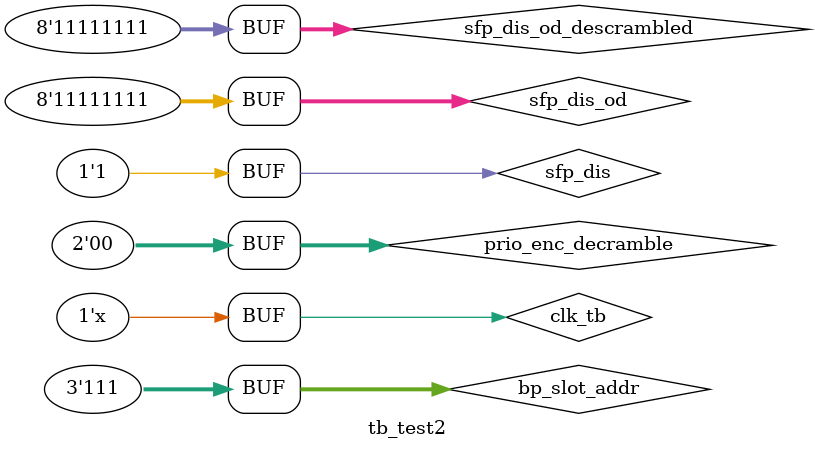
<source format=v>
`timescale 1ns / 1ps

module tb_test2();
    
    reg clk_tb = 1'b0;
    
    reg sfp_dis = 1'b1;
    reg [7:0] sfp_dis_od = 8'h00;
    reg [2:0] bp_slot_addr = 3'b000;
    reg [1:0] prio_enc_decramble = 2'b00;
    
    wire [7:0] sfp_dis_od_descrambled;
    
    assign sfp_dis_od_descrambled[1] = (prio_enc_decramble==2'b00) ? sfp_dis_od[5] : 
                                       (prio_enc_decramble==2'b01) ? sfp_dis_od[0] :
                                       (prio_enc_decramble==2'b10) ? sfp_dis_od[1] :
                                                                     1'b1 ;
    assign sfp_dis_od_descrambled[0] = (prio_enc_decramble==2'b00) ? sfp_dis_od[4] : 
                                       (prio_enc_decramble==2'b01) ? sfp_dis_od[1] :
                                       (prio_enc_decramble==2'b10) ? sfp_dis_od[0] :
                                                                     1'b1 ;
    assign sfp_dis_od_descrambled[3] = (prio_enc_decramble==2'b00) ? sfp_dis_od[1] : 
                                       (prio_enc_decramble==2'b01) ? sfp_dis_od[2] :
                                       (prio_enc_decramble==2'b10) ? sfp_dis_od[3] :
                                                                     1'b1 ;
    assign sfp_dis_od_descrambled[2] = (prio_enc_decramble==2'b00) ? sfp_dis_od[0] : 
                                       (prio_enc_decramble==2'b01) ? sfp_dis_od[3] :
                                       (prio_enc_decramble==2'b10) ? sfp_dis_od[2] :
                                                                     1'b1 ;
    assign sfp_dis_od_descrambled[4] = (prio_enc_decramble==2'b00) ? sfp_dis_od[3] : 
                                       (prio_enc_decramble==2'b01) ? sfp_dis_od[4] :
                                       (prio_enc_decramble==2'b10) ? sfp_dis_od[4] :
                                                                     1'b1 ;
    assign sfp_dis_od_descrambled[5] = (prio_enc_decramble==2'b00) ? sfp_dis_od[2] : 
                                       (prio_enc_decramble==2'b01) ? sfp_dis_od[5] :
                                       (prio_enc_decramble==2'b10) ? sfp_dis_od[5] :
                                                                     1'b1 ;
    assign sfp_dis_od_descrambled[6] = sfp_dis_od[7]; // SPARE in PTCv3B, will be reassigned in PTCv4
    assign sfp_dis_od_descrambled[7] = sfp_dis_od[6]; // SPARE in PTCv3B, will be reassigned in PTCv4
    
    
    always @(*)
    begin
        sfp_dis_od = 8'hff;
        sfp_dis_od [bp_slot_addr[2:0]] = sfp_dis; // drive the pin matching the slot number
    end
    
    always #10 clk_tb = ~clk_tb;
   
    initial begin
        #10 sfp_dis = 1'b0;
        #0  prio_enc_decramble = 2'b00;
        #12 bp_slot_addr = 3'b001;
        #14 bp_slot_addr = 3'b010;
        #16 bp_slot_addr = 3'b011;
        #18 bp_slot_addr = 3'b100;
        #20 bp_slot_addr = 3'b101;
        #22 bp_slot_addr = 3'b110;
        #24 bp_slot_addr = 3'b111;
        
        #10 bp_slot_addr = 3'b000;
        #20 prio_enc_decramble = 2'b01;
        #12 bp_slot_addr = 3'b001;
        #14 bp_slot_addr = 3'b010;
        #16 bp_slot_addr = 3'b011;
        #18 bp_slot_addr = 3'b100;
        #20 bp_slot_addr = 3'b101;
        #22 bp_slot_addr = 3'b110;
        #24 bp_slot_addr = 3'b111;
        
        #10 bp_slot_addr = 3'b000;
        #20 prio_enc_decramble = 2'b10;
        #12 bp_slot_addr = 3'b001;
        #14 bp_slot_addr = 3'b010;
        #16 bp_slot_addr = 3'b011;
        #18 bp_slot_addr = 3'b100;
        #20 bp_slot_addr = 3'b101;
        #22 bp_slot_addr = 3'b110;
        #24 bp_slot_addr = 3'b111;
        
        #10 bp_slot_addr = 3'b000;
        #20 prio_enc_decramble = 2'b11;
        #12 bp_slot_addr = 3'b001;
        #14 bp_slot_addr = 3'b010;
        #16 bp_slot_addr = 3'b011;
        #18 bp_slot_addr = 3'b100;
        #20 bp_slot_addr = 3'b101;
        #22 bp_slot_addr = 3'b110;
        #24 bp_slot_addr = 3'b111;
        
        #10 bp_slot_addr = 3'b000;
        #10 sfp_dis = 1'b1;
        #0  prio_enc_decramble = 2'b00;
        #12 bp_slot_addr = 3'b001;
        #14 bp_slot_addr = 3'b010;
        #16 bp_slot_addr = 3'b011;
        #18 bp_slot_addr = 3'b100;
        #20 bp_slot_addr = 3'b101;
        #22 bp_slot_addr = 3'b110;
        #24 bp_slot_addr = 3'b111;
    end
endmodule

</source>
